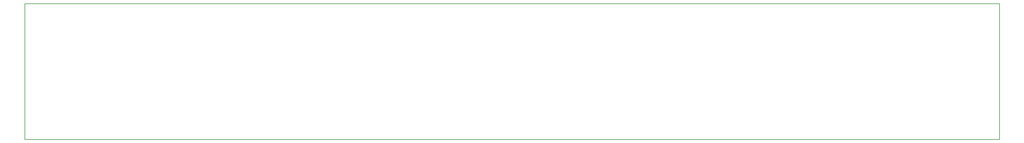
<source format=gbr>
G04 start of page 8 for group 6 idx 6 *
G04 Title: (unknown), outline *
G04 Creator: pcb 20110918 *
G04 CreationDate: Wed 25 May 2016 01:59:12 PM GMT UTC *
G04 For: rz *
G04 Format: Gerber/RS-274X *
G04 PCB-Dimensions: 1692913 236220 *
G04 PCB-Coordinate-Origin: lower left *
%MOIN*%
%FSLAX25Y25*%
%LNOUTLINE*%
%ADD53C,0.0100*%
G54D53*X0Y236220D02*Y220D01*
X1693000D01*
Y236220D01*
X0D01*
M02*

</source>
